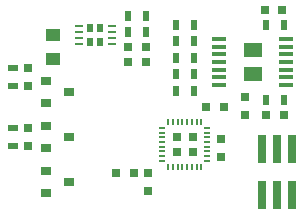
<source format=gbr>
G04 #@! TF.FileFunction,Paste,Top*
%FSLAX46Y46*%
G04 Gerber Fmt 4.6, Leading zero omitted, Abs format (unit mm)*
G04 Created by KiCad (PCBNEW 4.0.6) date Wednesday, August 09, 2017 'PMt' 08:33:51 PM*
%MOMM*%
%LPD*%
G01*
G04 APERTURE LIST*
%ADD10C,0.100000*%
%ADD11R,1.310000X0.450000*%
%ADD12R,1.590000X1.200000*%
%ADD13R,0.750000X0.800000*%
%ADD14R,0.500000X0.900000*%
%ADD15R,1.250000X1.000000*%
%ADD16R,0.800000X0.750000*%
%ADD17R,0.700000X0.250000*%
%ADD18R,0.498000X0.714000*%
%ADD19R,0.200000X0.600000*%
%ADD20R,0.600000X0.200000*%
%ADD21R,0.795000X0.795000*%
%ADD22R,0.900000X0.800000*%
%ADD23R,0.900000X0.500000*%
%ADD24R,0.740000X2.400000*%
G04 APERTURE END LIST*
D10*
D11*
X58745000Y-31690000D03*
X58745000Y-32340000D03*
X58745000Y-32990000D03*
X58745000Y-33640000D03*
X58745000Y-34290000D03*
X58745000Y-34940000D03*
X58745000Y-35590000D03*
X64445000Y-35590000D03*
D12*
X61595000Y-34640000D03*
X61595000Y-32640000D03*
D11*
X64445000Y-34940000D03*
X64445000Y-34290000D03*
X64445000Y-33640000D03*
X64445000Y-32990000D03*
X64445000Y-32340000D03*
X64445000Y-31690000D03*
D13*
X52705000Y-44565000D03*
X52705000Y-43065000D03*
D14*
X51066000Y-31115000D03*
X52566000Y-31115000D03*
X56630000Y-31877000D03*
X55130000Y-31877000D03*
X56630000Y-36068000D03*
X55130000Y-36068000D03*
X52566000Y-29718000D03*
X51066000Y-29718000D03*
D15*
X44704000Y-31385000D03*
X44704000Y-33385000D03*
D16*
X51066000Y-33655000D03*
X52566000Y-33655000D03*
X51066000Y-32385000D03*
X52566000Y-32385000D03*
D13*
X60960000Y-38120000D03*
X60960000Y-36620000D03*
D14*
X55130000Y-33274000D03*
X56630000Y-33274000D03*
D17*
X49660000Y-32119000D03*
X49660000Y-31619000D03*
X49660000Y-31119000D03*
X49660000Y-30619000D03*
X46860000Y-30619000D03*
X46860000Y-31119000D03*
X46860000Y-31619000D03*
X46860000Y-32119000D03*
D18*
X47845000Y-30774000D03*
X47845000Y-31964000D03*
X48675000Y-30774000D03*
X48675000Y-31964000D03*
D16*
X64250000Y-38100000D03*
X62750000Y-38100000D03*
D14*
X55130000Y-34671000D03*
X56630000Y-34671000D03*
X55130000Y-30480000D03*
X56630000Y-30480000D03*
X62750000Y-36830000D03*
X64250000Y-36830000D03*
X62750000Y-30480000D03*
X64250000Y-30480000D03*
D19*
X54452500Y-42512500D03*
X54852500Y-42512500D03*
X55252500Y-42512500D03*
X55652500Y-42512500D03*
X56052500Y-42512500D03*
X56452500Y-42512500D03*
X56852500Y-42512500D03*
X57252500Y-42512500D03*
D20*
X57752500Y-42012500D03*
X57752500Y-41612500D03*
X57752500Y-41212500D03*
X57752500Y-40812500D03*
X57752500Y-40412500D03*
X57752500Y-40012500D03*
X57752500Y-39612500D03*
X57752500Y-39212500D03*
D19*
X57252500Y-38712500D03*
X56852500Y-38712500D03*
X56452500Y-38712500D03*
X56052500Y-38712500D03*
X55652500Y-38712500D03*
X55252500Y-38712500D03*
X54852500Y-38712500D03*
X54452500Y-38712500D03*
D20*
X53952500Y-39212500D03*
X53952500Y-39612500D03*
X53952500Y-40012500D03*
X53952500Y-40412500D03*
X53952500Y-40812500D03*
X53952500Y-41212500D03*
X53952500Y-41612500D03*
X53952500Y-42012500D03*
D21*
X56515000Y-39950000D03*
X55190000Y-39950000D03*
X56515000Y-41275000D03*
X55190000Y-41275000D03*
D16*
X64123000Y-29210000D03*
X62623000Y-29210000D03*
X57670000Y-37465000D03*
X59170000Y-37465000D03*
D13*
X42545000Y-35675000D03*
X42545000Y-34175000D03*
X42545000Y-39255000D03*
X42545000Y-40755000D03*
D22*
X44085000Y-35245000D03*
X44085000Y-37145000D03*
X46085000Y-36195000D03*
X44085000Y-39055000D03*
X44085000Y-40955000D03*
X46085000Y-40005000D03*
D23*
X41275000Y-35675000D03*
X41275000Y-34175000D03*
X41275000Y-39255000D03*
X41275000Y-40755000D03*
D22*
X44085000Y-42865000D03*
X44085000Y-44765000D03*
X46085000Y-43815000D03*
D16*
X51550000Y-43053000D03*
X50050000Y-43053000D03*
D13*
X58928000Y-40144000D03*
X58928000Y-41644000D03*
D24*
X62357000Y-44876000D03*
X62357000Y-40976000D03*
X63627000Y-44876000D03*
X63627000Y-40976000D03*
X64897000Y-44876000D03*
X64897000Y-40976000D03*
M02*

</source>
